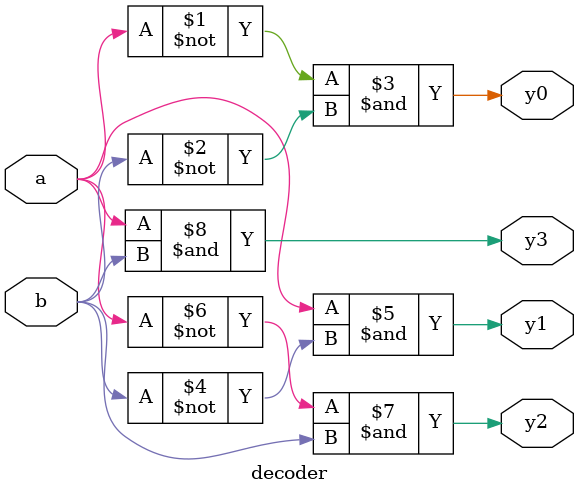
<source format=v>
module decoder(
    a,
    b,
    y0,
    y1,
    y2,
    y3
);

// input, output part
input a;
input b;

output y0;
output y1;
output y2;
output y3;

// assignment part
assign y0 = ~a & ~b;
assign y1 = a & ~b;
assign y2 = ~a & b;
assign y3 = a & b;


endmodule
</source>
